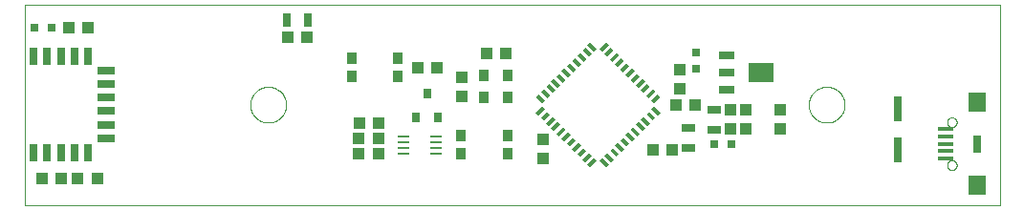
<source format=gtp>
G75*
%MOIN*%
%OFA0B0*%
%FSLAX25Y25*%
%IPPOS*%
%LPD*%
%AMOC8*
5,1,8,0,0,1.08239X$1,22.5*
%
%ADD10C,0.00000*%
%ADD11R,0.04331X0.03937*%
%ADD12R,0.03937X0.04331*%
%ADD13R,0.03150X0.03150*%
%ADD14R,0.04724X0.03150*%
%ADD15R,0.05512X0.03150*%
%ADD16R,0.08661X0.07087*%
%ADD17R,0.03150X0.01378*%
%ADD18R,0.04200X0.01000*%
%ADD19R,0.02559X0.08661*%
%ADD20R,0.02756X0.05906*%
%ADD21R,0.05906X0.02756*%
%ADD22R,0.05709X0.01575*%
%ADD23R,0.05906X0.07087*%
%ADD24R,0.03150X0.03543*%
%ADD25R,0.03150X0.04724*%
%ADD26R,0.03543X0.03937*%
D10*
X0016926Y0012600D02*
X0016926Y0082600D01*
X0356926Y0082600D01*
X0356926Y0012600D01*
X0016926Y0012600D01*
X0095676Y0047600D02*
X0095678Y0047758D01*
X0095684Y0047915D01*
X0095694Y0048073D01*
X0095708Y0048230D01*
X0095726Y0048386D01*
X0095747Y0048543D01*
X0095773Y0048698D01*
X0095803Y0048853D01*
X0095836Y0049007D01*
X0095874Y0049160D01*
X0095915Y0049313D01*
X0095960Y0049464D01*
X0096009Y0049614D01*
X0096062Y0049762D01*
X0096118Y0049910D01*
X0096179Y0050055D01*
X0096242Y0050200D01*
X0096310Y0050342D01*
X0096381Y0050483D01*
X0096455Y0050622D01*
X0096533Y0050759D01*
X0096615Y0050894D01*
X0096699Y0051027D01*
X0096788Y0051158D01*
X0096879Y0051286D01*
X0096974Y0051413D01*
X0097071Y0051536D01*
X0097172Y0051658D01*
X0097276Y0051776D01*
X0097383Y0051892D01*
X0097493Y0052005D01*
X0097605Y0052116D01*
X0097721Y0052223D01*
X0097839Y0052328D01*
X0097959Y0052430D01*
X0098082Y0052528D01*
X0098208Y0052624D01*
X0098336Y0052716D01*
X0098466Y0052805D01*
X0098598Y0052891D01*
X0098733Y0052973D01*
X0098870Y0053052D01*
X0099008Y0053127D01*
X0099148Y0053199D01*
X0099291Y0053267D01*
X0099434Y0053332D01*
X0099580Y0053393D01*
X0099727Y0053450D01*
X0099875Y0053504D01*
X0100025Y0053554D01*
X0100175Y0053600D01*
X0100327Y0053642D01*
X0100480Y0053681D01*
X0100634Y0053715D01*
X0100789Y0053746D01*
X0100944Y0053772D01*
X0101100Y0053795D01*
X0101257Y0053814D01*
X0101414Y0053829D01*
X0101571Y0053840D01*
X0101729Y0053847D01*
X0101887Y0053850D01*
X0102044Y0053849D01*
X0102202Y0053844D01*
X0102359Y0053835D01*
X0102517Y0053822D01*
X0102673Y0053805D01*
X0102830Y0053784D01*
X0102985Y0053760D01*
X0103140Y0053731D01*
X0103295Y0053698D01*
X0103448Y0053662D01*
X0103601Y0053621D01*
X0103752Y0053577D01*
X0103902Y0053529D01*
X0104051Y0053478D01*
X0104199Y0053422D01*
X0104345Y0053363D01*
X0104490Y0053300D01*
X0104633Y0053233D01*
X0104774Y0053163D01*
X0104913Y0053090D01*
X0105051Y0053013D01*
X0105187Y0052932D01*
X0105320Y0052848D01*
X0105451Y0052761D01*
X0105580Y0052670D01*
X0105707Y0052576D01*
X0105832Y0052479D01*
X0105953Y0052379D01*
X0106073Y0052276D01*
X0106189Y0052170D01*
X0106303Y0052061D01*
X0106415Y0051949D01*
X0106523Y0051835D01*
X0106628Y0051717D01*
X0106731Y0051597D01*
X0106830Y0051475D01*
X0106926Y0051350D01*
X0107019Y0051222D01*
X0107109Y0051093D01*
X0107195Y0050961D01*
X0107279Y0050827D01*
X0107358Y0050691D01*
X0107435Y0050553D01*
X0107507Y0050413D01*
X0107576Y0050271D01*
X0107642Y0050128D01*
X0107704Y0049983D01*
X0107762Y0049836D01*
X0107817Y0049688D01*
X0107868Y0049539D01*
X0107915Y0049388D01*
X0107958Y0049237D01*
X0107997Y0049084D01*
X0108033Y0048930D01*
X0108064Y0048776D01*
X0108092Y0048621D01*
X0108116Y0048465D01*
X0108136Y0048308D01*
X0108152Y0048151D01*
X0108164Y0047994D01*
X0108172Y0047837D01*
X0108176Y0047679D01*
X0108176Y0047521D01*
X0108172Y0047363D01*
X0108164Y0047206D01*
X0108152Y0047049D01*
X0108136Y0046892D01*
X0108116Y0046735D01*
X0108092Y0046579D01*
X0108064Y0046424D01*
X0108033Y0046270D01*
X0107997Y0046116D01*
X0107958Y0045963D01*
X0107915Y0045812D01*
X0107868Y0045661D01*
X0107817Y0045512D01*
X0107762Y0045364D01*
X0107704Y0045217D01*
X0107642Y0045072D01*
X0107576Y0044929D01*
X0107507Y0044787D01*
X0107435Y0044647D01*
X0107358Y0044509D01*
X0107279Y0044373D01*
X0107195Y0044239D01*
X0107109Y0044107D01*
X0107019Y0043978D01*
X0106926Y0043850D01*
X0106830Y0043725D01*
X0106731Y0043603D01*
X0106628Y0043483D01*
X0106523Y0043365D01*
X0106415Y0043251D01*
X0106303Y0043139D01*
X0106189Y0043030D01*
X0106073Y0042924D01*
X0105953Y0042821D01*
X0105832Y0042721D01*
X0105707Y0042624D01*
X0105580Y0042530D01*
X0105451Y0042439D01*
X0105320Y0042352D01*
X0105187Y0042268D01*
X0105051Y0042187D01*
X0104913Y0042110D01*
X0104774Y0042037D01*
X0104633Y0041967D01*
X0104490Y0041900D01*
X0104345Y0041837D01*
X0104199Y0041778D01*
X0104051Y0041722D01*
X0103902Y0041671D01*
X0103752Y0041623D01*
X0103601Y0041579D01*
X0103448Y0041538D01*
X0103295Y0041502D01*
X0103140Y0041469D01*
X0102985Y0041440D01*
X0102830Y0041416D01*
X0102673Y0041395D01*
X0102517Y0041378D01*
X0102359Y0041365D01*
X0102202Y0041356D01*
X0102044Y0041351D01*
X0101887Y0041350D01*
X0101729Y0041353D01*
X0101571Y0041360D01*
X0101414Y0041371D01*
X0101257Y0041386D01*
X0101100Y0041405D01*
X0100944Y0041428D01*
X0100789Y0041454D01*
X0100634Y0041485D01*
X0100480Y0041519D01*
X0100327Y0041558D01*
X0100175Y0041600D01*
X0100025Y0041646D01*
X0099875Y0041696D01*
X0099727Y0041750D01*
X0099580Y0041807D01*
X0099434Y0041868D01*
X0099291Y0041933D01*
X0099148Y0042001D01*
X0099008Y0042073D01*
X0098870Y0042148D01*
X0098733Y0042227D01*
X0098598Y0042309D01*
X0098466Y0042395D01*
X0098336Y0042484D01*
X0098208Y0042576D01*
X0098082Y0042672D01*
X0097959Y0042770D01*
X0097839Y0042872D01*
X0097721Y0042977D01*
X0097605Y0043084D01*
X0097493Y0043195D01*
X0097383Y0043308D01*
X0097276Y0043424D01*
X0097172Y0043542D01*
X0097071Y0043664D01*
X0096974Y0043787D01*
X0096879Y0043914D01*
X0096788Y0044042D01*
X0096699Y0044173D01*
X0096615Y0044306D01*
X0096533Y0044441D01*
X0096455Y0044578D01*
X0096381Y0044717D01*
X0096310Y0044858D01*
X0096242Y0045000D01*
X0096179Y0045145D01*
X0096118Y0045290D01*
X0096062Y0045438D01*
X0096009Y0045586D01*
X0095960Y0045736D01*
X0095915Y0045887D01*
X0095874Y0046040D01*
X0095836Y0046193D01*
X0095803Y0046347D01*
X0095773Y0046502D01*
X0095747Y0046657D01*
X0095726Y0046814D01*
X0095708Y0046970D01*
X0095694Y0047127D01*
X0095684Y0047285D01*
X0095678Y0047442D01*
X0095676Y0047600D01*
X0290376Y0047600D02*
X0290378Y0047758D01*
X0290384Y0047915D01*
X0290394Y0048073D01*
X0290408Y0048230D01*
X0290426Y0048386D01*
X0290447Y0048543D01*
X0290473Y0048698D01*
X0290503Y0048853D01*
X0290536Y0049007D01*
X0290574Y0049160D01*
X0290615Y0049313D01*
X0290660Y0049464D01*
X0290709Y0049614D01*
X0290762Y0049762D01*
X0290818Y0049910D01*
X0290879Y0050055D01*
X0290942Y0050200D01*
X0291010Y0050342D01*
X0291081Y0050483D01*
X0291155Y0050622D01*
X0291233Y0050759D01*
X0291315Y0050894D01*
X0291399Y0051027D01*
X0291488Y0051158D01*
X0291579Y0051286D01*
X0291674Y0051413D01*
X0291771Y0051536D01*
X0291872Y0051658D01*
X0291976Y0051776D01*
X0292083Y0051892D01*
X0292193Y0052005D01*
X0292305Y0052116D01*
X0292421Y0052223D01*
X0292539Y0052328D01*
X0292659Y0052430D01*
X0292782Y0052528D01*
X0292908Y0052624D01*
X0293036Y0052716D01*
X0293166Y0052805D01*
X0293298Y0052891D01*
X0293433Y0052973D01*
X0293570Y0053052D01*
X0293708Y0053127D01*
X0293848Y0053199D01*
X0293991Y0053267D01*
X0294134Y0053332D01*
X0294280Y0053393D01*
X0294427Y0053450D01*
X0294575Y0053504D01*
X0294725Y0053554D01*
X0294875Y0053600D01*
X0295027Y0053642D01*
X0295180Y0053681D01*
X0295334Y0053715D01*
X0295489Y0053746D01*
X0295644Y0053772D01*
X0295800Y0053795D01*
X0295957Y0053814D01*
X0296114Y0053829D01*
X0296271Y0053840D01*
X0296429Y0053847D01*
X0296587Y0053850D01*
X0296744Y0053849D01*
X0296902Y0053844D01*
X0297059Y0053835D01*
X0297217Y0053822D01*
X0297373Y0053805D01*
X0297530Y0053784D01*
X0297685Y0053760D01*
X0297840Y0053731D01*
X0297995Y0053698D01*
X0298148Y0053662D01*
X0298301Y0053621D01*
X0298452Y0053577D01*
X0298602Y0053529D01*
X0298751Y0053478D01*
X0298899Y0053422D01*
X0299045Y0053363D01*
X0299190Y0053300D01*
X0299333Y0053233D01*
X0299474Y0053163D01*
X0299613Y0053090D01*
X0299751Y0053013D01*
X0299887Y0052932D01*
X0300020Y0052848D01*
X0300151Y0052761D01*
X0300280Y0052670D01*
X0300407Y0052576D01*
X0300532Y0052479D01*
X0300653Y0052379D01*
X0300773Y0052276D01*
X0300889Y0052170D01*
X0301003Y0052061D01*
X0301115Y0051949D01*
X0301223Y0051835D01*
X0301328Y0051717D01*
X0301431Y0051597D01*
X0301530Y0051475D01*
X0301626Y0051350D01*
X0301719Y0051222D01*
X0301809Y0051093D01*
X0301895Y0050961D01*
X0301979Y0050827D01*
X0302058Y0050691D01*
X0302135Y0050553D01*
X0302207Y0050413D01*
X0302276Y0050271D01*
X0302342Y0050128D01*
X0302404Y0049983D01*
X0302462Y0049836D01*
X0302517Y0049688D01*
X0302568Y0049539D01*
X0302615Y0049388D01*
X0302658Y0049237D01*
X0302697Y0049084D01*
X0302733Y0048930D01*
X0302764Y0048776D01*
X0302792Y0048621D01*
X0302816Y0048465D01*
X0302836Y0048308D01*
X0302852Y0048151D01*
X0302864Y0047994D01*
X0302872Y0047837D01*
X0302876Y0047679D01*
X0302876Y0047521D01*
X0302872Y0047363D01*
X0302864Y0047206D01*
X0302852Y0047049D01*
X0302836Y0046892D01*
X0302816Y0046735D01*
X0302792Y0046579D01*
X0302764Y0046424D01*
X0302733Y0046270D01*
X0302697Y0046116D01*
X0302658Y0045963D01*
X0302615Y0045812D01*
X0302568Y0045661D01*
X0302517Y0045512D01*
X0302462Y0045364D01*
X0302404Y0045217D01*
X0302342Y0045072D01*
X0302276Y0044929D01*
X0302207Y0044787D01*
X0302135Y0044647D01*
X0302058Y0044509D01*
X0301979Y0044373D01*
X0301895Y0044239D01*
X0301809Y0044107D01*
X0301719Y0043978D01*
X0301626Y0043850D01*
X0301530Y0043725D01*
X0301431Y0043603D01*
X0301328Y0043483D01*
X0301223Y0043365D01*
X0301115Y0043251D01*
X0301003Y0043139D01*
X0300889Y0043030D01*
X0300773Y0042924D01*
X0300653Y0042821D01*
X0300532Y0042721D01*
X0300407Y0042624D01*
X0300280Y0042530D01*
X0300151Y0042439D01*
X0300020Y0042352D01*
X0299887Y0042268D01*
X0299751Y0042187D01*
X0299613Y0042110D01*
X0299474Y0042037D01*
X0299333Y0041967D01*
X0299190Y0041900D01*
X0299045Y0041837D01*
X0298899Y0041778D01*
X0298751Y0041722D01*
X0298602Y0041671D01*
X0298452Y0041623D01*
X0298301Y0041579D01*
X0298148Y0041538D01*
X0297995Y0041502D01*
X0297840Y0041469D01*
X0297685Y0041440D01*
X0297530Y0041416D01*
X0297373Y0041395D01*
X0297217Y0041378D01*
X0297059Y0041365D01*
X0296902Y0041356D01*
X0296744Y0041351D01*
X0296587Y0041350D01*
X0296429Y0041353D01*
X0296271Y0041360D01*
X0296114Y0041371D01*
X0295957Y0041386D01*
X0295800Y0041405D01*
X0295644Y0041428D01*
X0295489Y0041454D01*
X0295334Y0041485D01*
X0295180Y0041519D01*
X0295027Y0041558D01*
X0294875Y0041600D01*
X0294725Y0041646D01*
X0294575Y0041696D01*
X0294427Y0041750D01*
X0294280Y0041807D01*
X0294134Y0041868D01*
X0293991Y0041933D01*
X0293848Y0042001D01*
X0293708Y0042073D01*
X0293570Y0042148D01*
X0293433Y0042227D01*
X0293298Y0042309D01*
X0293166Y0042395D01*
X0293036Y0042484D01*
X0292908Y0042576D01*
X0292782Y0042672D01*
X0292659Y0042770D01*
X0292539Y0042872D01*
X0292421Y0042977D01*
X0292305Y0043084D01*
X0292193Y0043195D01*
X0292083Y0043308D01*
X0291976Y0043424D01*
X0291872Y0043542D01*
X0291771Y0043664D01*
X0291674Y0043787D01*
X0291579Y0043914D01*
X0291488Y0044042D01*
X0291399Y0044173D01*
X0291315Y0044306D01*
X0291233Y0044441D01*
X0291155Y0044578D01*
X0291081Y0044717D01*
X0291010Y0044858D01*
X0290942Y0045000D01*
X0290879Y0045145D01*
X0290818Y0045290D01*
X0290762Y0045438D01*
X0290709Y0045586D01*
X0290660Y0045736D01*
X0290615Y0045887D01*
X0290574Y0046040D01*
X0290536Y0046193D01*
X0290503Y0046347D01*
X0290473Y0046502D01*
X0290447Y0046657D01*
X0290426Y0046814D01*
X0290408Y0046970D01*
X0290394Y0047127D01*
X0290384Y0047285D01*
X0290378Y0047442D01*
X0290376Y0047600D01*
X0338591Y0041480D02*
X0338593Y0041561D01*
X0338599Y0041643D01*
X0338609Y0041724D01*
X0338623Y0041804D01*
X0338640Y0041883D01*
X0338662Y0041962D01*
X0338687Y0042039D01*
X0338716Y0042116D01*
X0338749Y0042190D01*
X0338786Y0042263D01*
X0338825Y0042334D01*
X0338869Y0042403D01*
X0338915Y0042470D01*
X0338965Y0042534D01*
X0339018Y0042596D01*
X0339074Y0042656D01*
X0339132Y0042712D01*
X0339194Y0042766D01*
X0339258Y0042817D01*
X0339324Y0042864D01*
X0339392Y0042908D01*
X0339463Y0042949D01*
X0339535Y0042986D01*
X0339610Y0043020D01*
X0339685Y0043050D01*
X0339763Y0043076D01*
X0339841Y0043099D01*
X0339920Y0043117D01*
X0340000Y0043132D01*
X0340081Y0043143D01*
X0340162Y0043150D01*
X0340244Y0043153D01*
X0340325Y0043152D01*
X0340406Y0043147D01*
X0340487Y0043138D01*
X0340568Y0043125D01*
X0340648Y0043108D01*
X0340726Y0043088D01*
X0340804Y0043063D01*
X0340881Y0043035D01*
X0340956Y0043003D01*
X0341029Y0042968D01*
X0341100Y0042929D01*
X0341170Y0042886D01*
X0341237Y0042841D01*
X0341303Y0042792D01*
X0341365Y0042740D01*
X0341425Y0042684D01*
X0341482Y0042626D01*
X0341537Y0042566D01*
X0341588Y0042502D01*
X0341636Y0042437D01*
X0341681Y0042369D01*
X0341723Y0042299D01*
X0341761Y0042227D01*
X0341796Y0042153D01*
X0341827Y0042078D01*
X0341854Y0042001D01*
X0341877Y0041923D01*
X0341897Y0041844D01*
X0341913Y0041764D01*
X0341925Y0041683D01*
X0341933Y0041602D01*
X0341937Y0041521D01*
X0341937Y0041439D01*
X0341933Y0041358D01*
X0341925Y0041277D01*
X0341913Y0041196D01*
X0341897Y0041116D01*
X0341877Y0041037D01*
X0341854Y0040959D01*
X0341827Y0040882D01*
X0341796Y0040807D01*
X0341761Y0040733D01*
X0341723Y0040661D01*
X0341681Y0040591D01*
X0341636Y0040523D01*
X0341588Y0040458D01*
X0341537Y0040394D01*
X0341482Y0040334D01*
X0341425Y0040276D01*
X0341365Y0040220D01*
X0341303Y0040168D01*
X0341237Y0040119D01*
X0341170Y0040074D01*
X0341101Y0040031D01*
X0341029Y0039992D01*
X0340956Y0039957D01*
X0340881Y0039925D01*
X0340804Y0039897D01*
X0340726Y0039872D01*
X0340648Y0039852D01*
X0340568Y0039835D01*
X0340487Y0039822D01*
X0340406Y0039813D01*
X0340325Y0039808D01*
X0340244Y0039807D01*
X0340162Y0039810D01*
X0340081Y0039817D01*
X0340000Y0039828D01*
X0339920Y0039843D01*
X0339841Y0039861D01*
X0339763Y0039884D01*
X0339685Y0039910D01*
X0339610Y0039940D01*
X0339535Y0039974D01*
X0339463Y0040011D01*
X0339392Y0040052D01*
X0339324Y0040096D01*
X0339258Y0040143D01*
X0339194Y0040194D01*
X0339132Y0040248D01*
X0339074Y0040304D01*
X0339018Y0040364D01*
X0338965Y0040426D01*
X0338915Y0040490D01*
X0338869Y0040557D01*
X0338825Y0040626D01*
X0338786Y0040697D01*
X0338749Y0040770D01*
X0338716Y0040844D01*
X0338687Y0040921D01*
X0338662Y0040998D01*
X0338640Y0041077D01*
X0338623Y0041156D01*
X0338609Y0041236D01*
X0338599Y0041317D01*
X0338593Y0041399D01*
X0338591Y0041480D01*
X0338591Y0026520D02*
X0338593Y0026601D01*
X0338599Y0026683D01*
X0338609Y0026764D01*
X0338623Y0026844D01*
X0338640Y0026923D01*
X0338662Y0027002D01*
X0338687Y0027079D01*
X0338716Y0027156D01*
X0338749Y0027230D01*
X0338786Y0027303D01*
X0338825Y0027374D01*
X0338869Y0027443D01*
X0338915Y0027510D01*
X0338965Y0027574D01*
X0339018Y0027636D01*
X0339074Y0027696D01*
X0339132Y0027752D01*
X0339194Y0027806D01*
X0339258Y0027857D01*
X0339324Y0027904D01*
X0339392Y0027948D01*
X0339463Y0027989D01*
X0339535Y0028026D01*
X0339610Y0028060D01*
X0339685Y0028090D01*
X0339763Y0028116D01*
X0339841Y0028139D01*
X0339920Y0028157D01*
X0340000Y0028172D01*
X0340081Y0028183D01*
X0340162Y0028190D01*
X0340244Y0028193D01*
X0340325Y0028192D01*
X0340406Y0028187D01*
X0340487Y0028178D01*
X0340568Y0028165D01*
X0340648Y0028148D01*
X0340726Y0028128D01*
X0340804Y0028103D01*
X0340881Y0028075D01*
X0340956Y0028043D01*
X0341029Y0028008D01*
X0341100Y0027969D01*
X0341170Y0027926D01*
X0341237Y0027881D01*
X0341303Y0027832D01*
X0341365Y0027780D01*
X0341425Y0027724D01*
X0341482Y0027666D01*
X0341537Y0027606D01*
X0341588Y0027542D01*
X0341636Y0027477D01*
X0341681Y0027409D01*
X0341723Y0027339D01*
X0341761Y0027267D01*
X0341796Y0027193D01*
X0341827Y0027118D01*
X0341854Y0027041D01*
X0341877Y0026963D01*
X0341897Y0026884D01*
X0341913Y0026804D01*
X0341925Y0026723D01*
X0341933Y0026642D01*
X0341937Y0026561D01*
X0341937Y0026479D01*
X0341933Y0026398D01*
X0341925Y0026317D01*
X0341913Y0026236D01*
X0341897Y0026156D01*
X0341877Y0026077D01*
X0341854Y0025999D01*
X0341827Y0025922D01*
X0341796Y0025847D01*
X0341761Y0025773D01*
X0341723Y0025701D01*
X0341681Y0025631D01*
X0341636Y0025563D01*
X0341588Y0025498D01*
X0341537Y0025434D01*
X0341482Y0025374D01*
X0341425Y0025316D01*
X0341365Y0025260D01*
X0341303Y0025208D01*
X0341237Y0025159D01*
X0341170Y0025114D01*
X0341101Y0025071D01*
X0341029Y0025032D01*
X0340956Y0024997D01*
X0340881Y0024965D01*
X0340804Y0024937D01*
X0340726Y0024912D01*
X0340648Y0024892D01*
X0340568Y0024875D01*
X0340487Y0024862D01*
X0340406Y0024853D01*
X0340325Y0024848D01*
X0340244Y0024847D01*
X0340162Y0024850D01*
X0340081Y0024857D01*
X0340000Y0024868D01*
X0339920Y0024883D01*
X0339841Y0024901D01*
X0339763Y0024924D01*
X0339685Y0024950D01*
X0339610Y0024980D01*
X0339535Y0025014D01*
X0339463Y0025051D01*
X0339392Y0025092D01*
X0339324Y0025136D01*
X0339258Y0025183D01*
X0339194Y0025234D01*
X0339132Y0025288D01*
X0339074Y0025344D01*
X0339018Y0025404D01*
X0338965Y0025466D01*
X0338915Y0025530D01*
X0338869Y0025597D01*
X0338825Y0025666D01*
X0338786Y0025737D01*
X0338749Y0025810D01*
X0338716Y0025884D01*
X0338687Y0025961D01*
X0338662Y0026038D01*
X0338640Y0026117D01*
X0338623Y0026196D01*
X0338609Y0026276D01*
X0338599Y0026357D01*
X0338593Y0026439D01*
X0338591Y0026520D01*
D11*
X0250672Y0047400D03*
X0243979Y0047400D03*
X0242872Y0031800D03*
X0236179Y0031800D03*
X0160672Y0060400D03*
X0153979Y0060400D03*
X0177979Y0065600D03*
X0184672Y0065600D03*
X0115472Y0071200D03*
X0108779Y0071200D03*
X0039072Y0074600D03*
X0032379Y0074600D03*
X0133779Y0041200D03*
X0140472Y0041200D03*
X0140272Y0036000D03*
X0133579Y0036000D03*
X0133579Y0030600D03*
X0140272Y0030600D03*
X0042272Y0022000D03*
X0035579Y0022000D03*
X0029672Y0022000D03*
X0022979Y0022000D03*
D12*
X0169526Y0050454D03*
X0169526Y0057146D03*
X0197891Y0035630D03*
X0197891Y0028937D03*
X0263126Y0039254D03*
X0268526Y0039254D03*
X0280326Y0039254D03*
X0280326Y0045946D03*
X0268526Y0045946D03*
X0263126Y0045946D03*
X0245526Y0053054D03*
X0245526Y0059746D03*
D13*
X0250926Y0060047D03*
X0250926Y0065953D03*
X0257373Y0034000D03*
X0263278Y0034000D03*
X0026278Y0074600D03*
X0020373Y0074600D03*
D14*
X0248326Y0039543D03*
X0257326Y0038857D03*
X0248326Y0032457D03*
X0257326Y0045943D03*
D15*
X0261730Y0052894D03*
X0261730Y0058800D03*
X0261730Y0064706D03*
D16*
X0273856Y0058800D03*
D17*
G36*
X0238709Y0050314D02*
X0236483Y0048088D01*
X0235509Y0049062D01*
X0237735Y0051288D01*
X0238709Y0050314D01*
G37*
G36*
X0236899Y0052123D02*
X0234673Y0049897D01*
X0233699Y0050871D01*
X0235925Y0053097D01*
X0236899Y0052123D01*
G37*
G36*
X0235090Y0053933D02*
X0232864Y0051707D01*
X0231890Y0052681D01*
X0234116Y0054907D01*
X0235090Y0053933D01*
G37*
G36*
X0233280Y0055742D02*
X0231054Y0053516D01*
X0230080Y0054490D01*
X0232306Y0056716D01*
X0233280Y0055742D01*
G37*
G36*
X0231471Y0057552D02*
X0229245Y0055326D01*
X0228271Y0056300D01*
X0230497Y0058526D01*
X0231471Y0057552D01*
G37*
G36*
X0229661Y0059362D02*
X0227435Y0057136D01*
X0226461Y0058110D01*
X0228687Y0060336D01*
X0229661Y0059362D01*
G37*
G36*
X0224652Y0059919D02*
X0226878Y0062145D01*
X0227852Y0061171D01*
X0225626Y0058945D01*
X0224652Y0059919D01*
G37*
G36*
X0222842Y0061729D02*
X0225068Y0063955D01*
X0226042Y0062981D01*
X0223816Y0060755D01*
X0222842Y0061729D01*
G37*
G36*
X0221033Y0063538D02*
X0223259Y0065764D01*
X0224233Y0064790D01*
X0222007Y0062564D01*
X0221033Y0063538D01*
G37*
G36*
X0219223Y0065348D02*
X0221449Y0067574D01*
X0222423Y0066600D01*
X0220197Y0064374D01*
X0219223Y0065348D01*
G37*
G36*
X0212402Y0067574D02*
X0214628Y0065348D01*
X0213654Y0064374D01*
X0211428Y0066600D01*
X0212402Y0067574D01*
G37*
G36*
X0214212Y0069383D02*
X0216438Y0067157D01*
X0215464Y0066183D01*
X0213238Y0068409D01*
X0214212Y0069383D01*
G37*
G36*
X0217413Y0067157D02*
X0219639Y0069383D01*
X0220613Y0068409D01*
X0218387Y0066183D01*
X0217413Y0067157D01*
G37*
G36*
X0210593Y0065764D02*
X0212819Y0063538D01*
X0211845Y0062564D01*
X0209619Y0064790D01*
X0210593Y0065764D01*
G37*
G36*
X0208783Y0063955D02*
X0211009Y0061729D01*
X0210035Y0060755D01*
X0207809Y0062981D01*
X0208783Y0063955D01*
G37*
G36*
X0206974Y0062145D02*
X0209200Y0059919D01*
X0208226Y0058945D01*
X0206000Y0061171D01*
X0206974Y0062145D01*
G37*
G36*
X0205164Y0060336D02*
X0207390Y0058110D01*
X0206416Y0057136D01*
X0204190Y0059362D01*
X0205164Y0060336D01*
G37*
G36*
X0204607Y0055326D02*
X0202381Y0057552D01*
X0203355Y0058526D01*
X0205581Y0056300D01*
X0204607Y0055326D01*
G37*
G36*
X0202797Y0053516D02*
X0200571Y0055742D01*
X0201545Y0056716D01*
X0203771Y0054490D01*
X0202797Y0053516D01*
G37*
G36*
X0200987Y0051707D02*
X0198761Y0053933D01*
X0199735Y0054907D01*
X0201961Y0052681D01*
X0200987Y0051707D01*
G37*
G36*
X0199178Y0049897D02*
X0196952Y0052123D01*
X0197926Y0053097D01*
X0200152Y0050871D01*
X0199178Y0049897D01*
G37*
G36*
X0197368Y0048088D02*
X0195142Y0050314D01*
X0196116Y0051288D01*
X0198342Y0049062D01*
X0197368Y0048088D01*
G37*
G36*
X0195142Y0044886D02*
X0197368Y0047112D01*
X0198342Y0046138D01*
X0196116Y0043912D01*
X0195142Y0044886D01*
G37*
G36*
X0196952Y0043077D02*
X0199178Y0045303D01*
X0200152Y0044329D01*
X0197926Y0042103D01*
X0196952Y0043077D01*
G37*
G36*
X0198761Y0041267D02*
X0200987Y0043493D01*
X0201961Y0042519D01*
X0199735Y0040293D01*
X0198761Y0041267D01*
G37*
G36*
X0200571Y0039458D02*
X0202797Y0041684D01*
X0203771Y0040710D01*
X0201545Y0038484D01*
X0200571Y0039458D01*
G37*
G36*
X0202381Y0037648D02*
X0204607Y0039874D01*
X0205581Y0038900D01*
X0203355Y0036674D01*
X0202381Y0037648D01*
G37*
G36*
X0204190Y0035838D02*
X0206416Y0038064D01*
X0207390Y0037090D01*
X0205164Y0034864D01*
X0204190Y0035838D01*
G37*
G36*
X0209200Y0035281D02*
X0206974Y0033055D01*
X0206000Y0034029D01*
X0208226Y0036255D01*
X0209200Y0035281D01*
G37*
G36*
X0211009Y0033471D02*
X0208783Y0031245D01*
X0207809Y0032219D01*
X0210035Y0034445D01*
X0211009Y0033471D01*
G37*
G36*
X0212819Y0031662D02*
X0210593Y0029436D01*
X0209619Y0030410D01*
X0211845Y0032636D01*
X0212819Y0031662D01*
G37*
G36*
X0214628Y0029852D02*
X0212402Y0027626D01*
X0211428Y0028600D01*
X0213654Y0030826D01*
X0214628Y0029852D01*
G37*
G36*
X0216438Y0028043D02*
X0214212Y0025817D01*
X0213238Y0026791D01*
X0215464Y0029017D01*
X0216438Y0028043D01*
G37*
G36*
X0219639Y0025817D02*
X0217413Y0028043D01*
X0218387Y0029017D01*
X0220613Y0026791D01*
X0219639Y0025817D01*
G37*
G36*
X0221449Y0027626D02*
X0219223Y0029852D01*
X0220197Y0030826D01*
X0222423Y0028600D01*
X0221449Y0027626D01*
G37*
G36*
X0223259Y0029436D02*
X0221033Y0031662D01*
X0222007Y0032636D01*
X0224233Y0030410D01*
X0223259Y0029436D01*
G37*
G36*
X0225068Y0031245D02*
X0222842Y0033471D01*
X0223816Y0034445D01*
X0226042Y0032219D01*
X0225068Y0031245D01*
G37*
G36*
X0226878Y0033055D02*
X0224652Y0035281D01*
X0225626Y0036255D01*
X0227852Y0034029D01*
X0226878Y0033055D01*
G37*
G36*
X0228687Y0034864D02*
X0226461Y0037090D01*
X0227435Y0038064D01*
X0229661Y0035838D01*
X0228687Y0034864D01*
G37*
G36*
X0229245Y0039874D02*
X0231471Y0037648D01*
X0230497Y0036674D01*
X0228271Y0038900D01*
X0229245Y0039874D01*
G37*
G36*
X0231054Y0041684D02*
X0233280Y0039458D01*
X0232306Y0038484D01*
X0230080Y0040710D01*
X0231054Y0041684D01*
G37*
G36*
X0232864Y0043493D02*
X0235090Y0041267D01*
X0234116Y0040293D01*
X0231890Y0042519D01*
X0232864Y0043493D01*
G37*
G36*
X0234673Y0045303D02*
X0236899Y0043077D01*
X0235925Y0042103D01*
X0233699Y0044329D01*
X0234673Y0045303D01*
G37*
G36*
X0236483Y0047112D02*
X0238709Y0044886D01*
X0237735Y0043912D01*
X0235509Y0046138D01*
X0236483Y0047112D01*
G37*
D18*
X0160326Y0036400D03*
X0160326Y0034400D03*
X0160326Y0032400D03*
X0160326Y0030400D03*
X0149126Y0030400D03*
X0149126Y0032400D03*
X0149126Y0034400D03*
X0149126Y0036400D03*
D19*
X0321313Y0031713D03*
X0321313Y0046280D03*
D20*
X0348926Y0034000D03*
X0039045Y0030984D03*
X0034321Y0030984D03*
X0029596Y0030984D03*
X0024872Y0030984D03*
X0020148Y0030984D03*
X0020148Y0064449D03*
X0024872Y0064449D03*
X0029596Y0064449D03*
X0034321Y0064449D03*
X0039045Y0064449D03*
D21*
X0045541Y0059528D03*
X0045541Y0054803D03*
X0045541Y0050079D03*
X0045541Y0045354D03*
X0045541Y0040630D03*
X0045541Y0035906D03*
D22*
X0338197Y0036559D03*
X0338197Y0034000D03*
X0338197Y0031441D03*
X0338197Y0028882D03*
X0338197Y0039118D03*
D23*
X0348926Y0048504D03*
X0348926Y0019496D03*
D24*
X0161066Y0043263D03*
X0153585Y0043263D03*
X0157326Y0051531D03*
D25*
X0115669Y0077200D03*
X0108582Y0077200D03*
D26*
X0131055Y0063950D03*
X0147196Y0063950D03*
X0147196Y0057650D03*
X0131055Y0057650D03*
X0176992Y0057740D03*
X0185259Y0057740D03*
X0185259Y0050260D03*
X0176992Y0050260D03*
X0169255Y0036750D03*
X0169255Y0030450D03*
X0185396Y0030450D03*
X0185396Y0036750D03*
M02*

</source>
